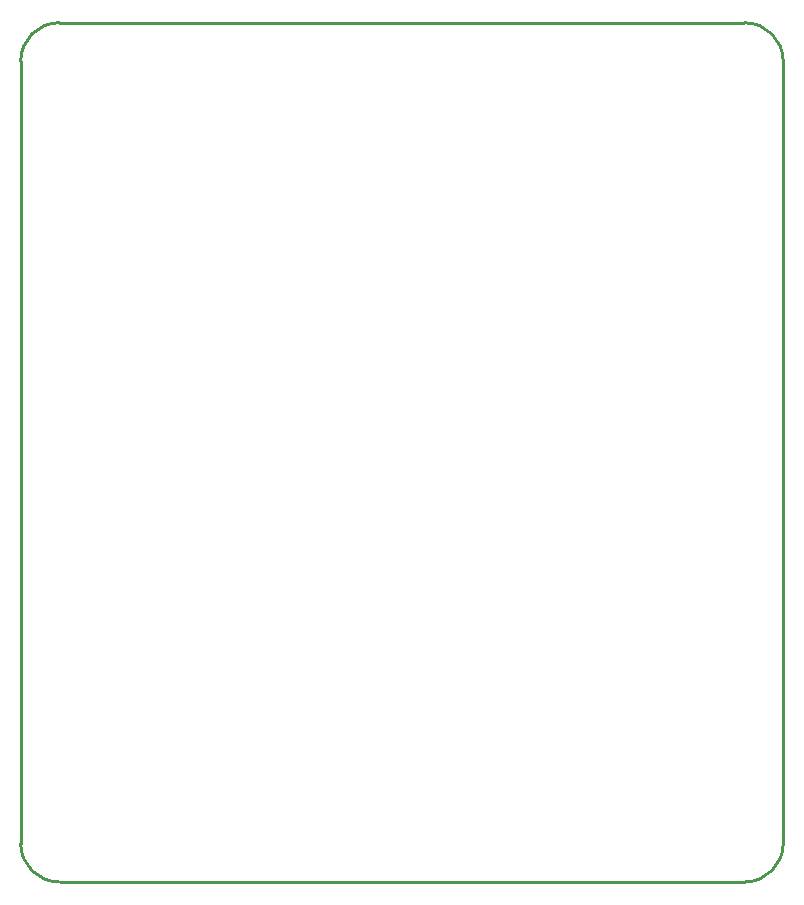
<source format=gko>
G04*
G04 #@! TF.GenerationSoftware,Altium Limited,Altium Designer,18.1.7 (191)*
G04*
G04 Layer_Color=16711935*
%FSLAX25Y25*%
%MOIN*%
G70*
G01*
G75*
%ADD10C,0.01000*%
D10*
X-1700Y11000D02*
G03*
X11100Y-1800I12800J0D01*
G01*
Y284600D02*
G03*
X-1700Y271800I0J-12800D01*
G01*
X252500D02*
G03*
X239700Y284600I-12800J0D01*
G01*
X239700Y-1800D02*
G03*
X252500Y11000I0J12800D01*
G01*
X252500Y271800D02*
X252500Y11000D01*
X-1700Y271800D02*
X-1700Y11000D01*
X11300Y-1800D02*
X239700D01*
X11100Y284600D02*
X239500Y284600D01*
M02*

</source>
